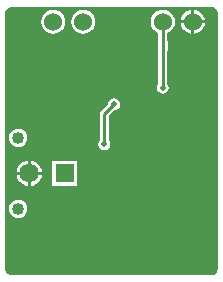
<source format=gbl>
G04*
G04 #@! TF.GenerationSoftware,Altium Limited,Altium Designer,22.5.1 (42)*
G04*
G04 Layer_Physical_Order=2*
G04 Layer_Color=16711680*
%FSLAX25Y25*%
%MOIN*%
G70*
G04*
G04 #@! TF.SameCoordinates,3A988065-C8E6-409E-8F77-962EE0EB2120*
G04*
G04*
G04 #@! TF.FilePolarity,Positive*
G04*
G01*
G75*
%ADD10C,0.01000*%
%ADD26C,0.06000*%
%ADD27C,0.04016*%
%ADD28C,0.06436*%
%ADD29R,0.06232X0.06232*%
%ADD30C,0.02000*%
G36*
X74200Y92300D02*
X74657D01*
X75503Y91950D01*
X76150Y91303D01*
X76500Y90457D01*
Y90000D01*
Y5433D01*
X76500Y5433D01*
X76503Y4992D01*
X76172Y4175D01*
X75553Y3547D01*
X74741Y3203D01*
X74300Y3200D01*
X74000Y3200D01*
X8000Y3000D01*
X7800Y3200D01*
X7343D01*
X6497Y3550D01*
X5850Y4197D01*
X5500Y5043D01*
Y5500D01*
Y90067D01*
X5497Y90508D01*
X5828Y91325D01*
X6447Y91953D01*
X7259Y92297D01*
X7700Y92300D01*
X8000Y92300D01*
X74000Y92500D01*
X74200Y92300D01*
D02*
G37*
%LPC*%
G36*
X68500Y91469D02*
Y88000D01*
X71969D01*
X71897Y88544D01*
X71494Y89517D01*
X70853Y90353D01*
X70017Y90994D01*
X69044Y91397D01*
X68500Y91469D01*
D02*
G37*
G36*
X67500D02*
X66956Y91397D01*
X65983Y90994D01*
X65147Y90353D01*
X64506Y89517D01*
X64103Y88544D01*
X64031Y88000D01*
X67500D01*
Y91469D01*
D02*
G37*
G36*
X71969Y87000D02*
X68500D01*
Y83531D01*
X69044Y83603D01*
X70017Y84006D01*
X70853Y84647D01*
X71494Y85483D01*
X71897Y86456D01*
X71969Y87000D01*
D02*
G37*
G36*
X67500D02*
X64031D01*
X64103Y86456D01*
X64506Y85483D01*
X65147Y84647D01*
X65983Y84006D01*
X66956Y83603D01*
X67500Y83531D01*
Y87000D01*
D02*
G37*
G36*
X31500Y91535D02*
X30456Y91397D01*
X29483Y90994D01*
X28647Y90353D01*
X28006Y89517D01*
X27603Y88544D01*
X27466Y87500D01*
X27603Y86456D01*
X28006Y85483D01*
X28647Y84647D01*
X29483Y84006D01*
X30456Y83603D01*
X31500Y83465D01*
X32544Y83603D01*
X33517Y84006D01*
X34353Y84647D01*
X34994Y85483D01*
X35397Y86456D01*
X35535Y87500D01*
X35397Y88544D01*
X34994Y89517D01*
X34353Y90353D01*
X33517Y90994D01*
X32544Y91397D01*
X31500Y91535D01*
D02*
G37*
G36*
X21500D02*
X20456Y91397D01*
X19483Y90994D01*
X18647Y90353D01*
X18006Y89517D01*
X17603Y88544D01*
X17466Y87500D01*
X17603Y86456D01*
X18006Y85483D01*
X18647Y84647D01*
X19483Y84006D01*
X20456Y83603D01*
X21500Y83465D01*
X22544Y83603D01*
X23517Y84006D01*
X24353Y84647D01*
X24994Y85483D01*
X25397Y86456D01*
X25534Y87500D01*
X25397Y88544D01*
X24994Y89517D01*
X24353Y90353D01*
X23517Y90994D01*
X22544Y91397D01*
X21500Y91535D01*
D02*
G37*
G36*
X58000D02*
X56956Y91397D01*
X55983Y90994D01*
X55147Y90353D01*
X54506Y89517D01*
X54103Y88544D01*
X53966Y87500D01*
X54103Y86456D01*
X54506Y85483D01*
X55147Y84647D01*
X55983Y84006D01*
X56471Y83804D01*
Y81000D01*
X56514Y80782D01*
Y78132D01*
X56471Y77914D01*
Y66811D01*
X56116Y66280D01*
X55961Y65500D01*
X56116Y64720D01*
X56558Y64058D01*
X57220Y63616D01*
X58000Y63461D01*
X58780Y63616D01*
X59442Y64058D01*
X59884Y64720D01*
X60039Y65500D01*
X59884Y66280D01*
X59529Y66811D01*
Y77740D01*
X59573Y77957D01*
Y80957D01*
X59529Y81174D01*
Y83804D01*
X60017Y84006D01*
X60853Y84647D01*
X61494Y85483D01*
X61897Y86456D01*
X62034Y87500D01*
X61897Y88544D01*
X61494Y89517D01*
X60853Y90353D01*
X60017Y90994D01*
X59044Y91397D01*
X58000Y91535D01*
D02*
G37*
G36*
X9791Y51845D02*
X9006Y51742D01*
X8274Y51438D01*
X7646Y50956D01*
X7164Y50328D01*
X6860Y49596D01*
X6757Y48811D01*
X6860Y48026D01*
X7164Y47294D01*
X7646Y46666D01*
X8274Y46183D01*
X9006Y45880D01*
X9791Y45777D01*
X10576Y45880D01*
X11308Y46183D01*
X11936Y46666D01*
X12419Y47294D01*
X12722Y48026D01*
X12825Y48811D01*
X12722Y49596D01*
X12419Y50328D01*
X11936Y50956D01*
X11308Y51438D01*
X10576Y51742D01*
X9791Y51845D01*
D02*
G37*
G36*
X41691Y62039D02*
X40911Y61884D01*
X40249Y61442D01*
X39807Y60780D01*
X39683Y60154D01*
X37419Y57890D01*
X37087Y57394D01*
X36971Y56809D01*
Y48002D01*
X36616Y47472D01*
X36461Y46691D01*
X36616Y45911D01*
X37058Y45249D01*
X37720Y44807D01*
X38500Y44652D01*
X39280Y44807D01*
X39942Y45249D01*
X40384Y45911D01*
X40539Y46691D01*
X40384Y47472D01*
X40029Y48002D01*
Y56175D01*
X41846Y57991D01*
X42472Y58116D01*
X43133Y58558D01*
X43575Y59220D01*
X43731Y60000D01*
X43575Y60780D01*
X43133Y61442D01*
X42472Y61884D01*
X41691Y62039D01*
D02*
G37*
G36*
X13992Y41189D02*
Y37500D01*
X17681D01*
X17602Y38101D01*
X17177Y39127D01*
X16500Y40009D01*
X15619Y40685D01*
X14593Y41110D01*
X13992Y41189D01*
D02*
G37*
G36*
X12992D02*
X12391Y41110D01*
X11365Y40685D01*
X10484Y40009D01*
X9807Y39127D01*
X9382Y38101D01*
X9303Y37500D01*
X12992D01*
Y41189D01*
D02*
G37*
G36*
X29419Y41116D02*
X21187D01*
Y32884D01*
X29419D01*
Y41116D01*
D02*
G37*
G36*
X17681Y36500D02*
X13992D01*
Y32811D01*
X14593Y32890D01*
X15619Y33315D01*
X16500Y33992D01*
X17177Y34873D01*
X17602Y35899D01*
X17681Y36500D01*
D02*
G37*
G36*
X12992D02*
X9303D01*
X9382Y35899D01*
X9807Y34873D01*
X10484Y33992D01*
X11365Y33315D01*
X12391Y32890D01*
X12992Y32811D01*
Y36500D01*
D02*
G37*
G36*
X9791Y28223D02*
X9006Y28120D01*
X8274Y27817D01*
X7646Y27334D01*
X7164Y26706D01*
X6860Y25974D01*
X6757Y25189D01*
X6860Y24404D01*
X7164Y23672D01*
X7646Y23044D01*
X8274Y22561D01*
X9006Y22258D01*
X9791Y22155D01*
X10576Y22258D01*
X11308Y22561D01*
X11936Y23044D01*
X12419Y23672D01*
X12722Y24404D01*
X12825Y25189D01*
X12722Y25974D01*
X12419Y26706D01*
X11936Y27334D01*
X11308Y27817D01*
X10576Y28120D01*
X9791Y28223D01*
D02*
G37*
%LPD*%
D10*
X58000Y81000D02*
Y87000D01*
X58043Y77957D02*
Y80957D01*
X58000Y81000D02*
X58043Y80957D01*
X38500Y46691D02*
Y56809D01*
X58000Y77914D02*
X58043Y77957D01*
X58000Y65500D02*
Y77914D01*
X38500Y56809D02*
X41691Y60000D01*
D26*
X21500Y87500D02*
D03*
X31500D02*
D03*
X58000D02*
D03*
X68000D02*
D03*
D27*
X9791Y25189D02*
D03*
Y48811D02*
D03*
D28*
X13492Y37000D02*
D03*
D29*
X25303D02*
D03*
D30*
X62500Y40000D02*
D03*
X10000Y55000D02*
D03*
X52500Y40000D02*
D03*
X57500D02*
D03*
X62500Y80000D02*
D03*
X10000Y65000D02*
D03*
X12500Y10000D02*
D03*
X67500D02*
D03*
X72500Y70000D02*
D03*
Y30000D02*
D03*
Y80000D02*
D03*
X17500Y20000D02*
D03*
X10000Y15000D02*
D03*
X17500Y10000D02*
D03*
X72500Y20000D02*
D03*
X22500Y10000D02*
D03*
X70000Y35000D02*
D03*
X67500Y80000D02*
D03*
X60000Y35000D02*
D03*
X65000D02*
D03*
X70000Y25000D02*
D03*
X42500Y30000D02*
D03*
X10000Y85000D02*
D03*
X50000Y35000D02*
D03*
X15000Y15000D02*
D03*
X37500Y10000D02*
D03*
X15000Y65000D02*
D03*
X67500Y70000D02*
D03*
X72500Y10000D02*
D03*
X70000Y75000D02*
D03*
X20000Y15000D02*
D03*
X72500Y50000D02*
D03*
X52500Y80000D02*
D03*
X15000Y85000D02*
D03*
X12500Y80000D02*
D03*
X72500Y40000D02*
D03*
X45000Y35000D02*
D03*
X27500Y10000D02*
D03*
X47500Y40000D02*
D03*
X55000Y35000D02*
D03*
X12500Y20000D02*
D03*
X67500Y40000D02*
D03*
X32500Y10000D02*
D03*
X65000Y75000D02*
D03*
X15000Y55000D02*
D03*
X70000Y45000D02*
D03*
X43500Y77500D02*
D03*
X47682Y78567D02*
D03*
X13563Y60563D02*
D03*
X42682Y65067D02*
D03*
X41691Y60000D02*
D03*
X58000Y65500D02*
D03*
X38500Y46691D02*
D03*
M02*

</source>
